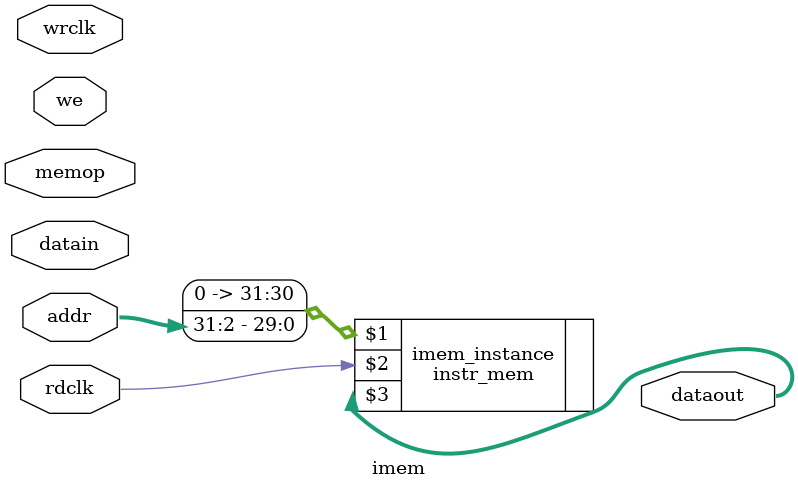
<source format=v>

module imem(
	input  [31:0] addr,
	output [31:0] dataout,//revise the type of dataout
	input  [31:0] datain,
	input  rdclk,
	input  wrclk,
	input [2:0] memop,
	input we
	);


	instr_mem imem_instance(addr >> 2, rdclk, dataout);

endmodule



</source>
